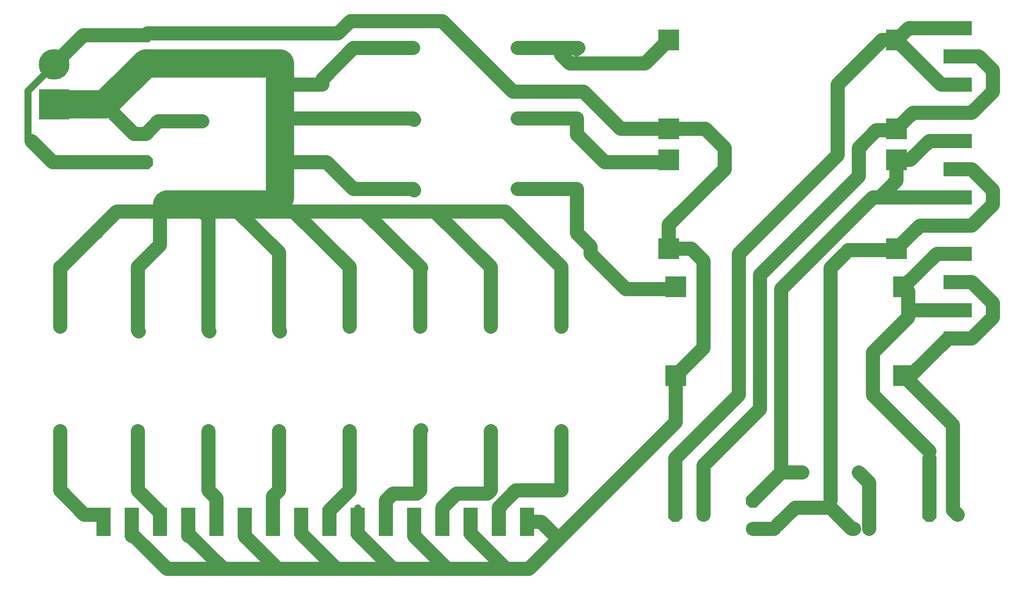
<source format=gbr>
G04 EAGLE Gerber RS-274X export*
G75*
%MOMM*%
%FSLAX34Y34*%
%LPD*%
%INTop Copper*%
%IPPOS*%
%AMOC8*
5,1,8,0,0,1.08239X$1,22.5*%
G01*
%ADD10R,5.080000X2.540000*%
%ADD11C,2.540000*%
%ADD12P,2.749271X8X292.500000*%
%ADD13P,2.749271X8X112.500000*%
%ADD14P,2.749271X8X202.500000*%
%ADD15C,1.890000*%
%ADD16R,2.540000X5.080000*%
%ADD17R,5.516000X5.516000*%
%ADD18C,5.516000*%
%ADD19P,1.429621X8X202.500000*%
%ADD20P,1.429621X8X22.500000*%
%ADD21R,1.270000X0.635000*%
%ADD22R,2.000000X1.000000*%
%ADD23R,3.810000X3.810000*%
%ADD24R,0.635000X1.270000*%
%ADD25R,1.000000X2.000000*%
%ADD26C,2.540000*%
%ADD27C,1.270000*%
%ADD28C,5.080000*%
%ADD29C,1.016000*%
%ADD30C,0.508000*%


D10*
X1562100Y749300D03*
X1562100Y647700D03*
X1562100Y1155700D03*
X1562100Y1054100D03*
X1562100Y952500D03*
X1562100Y850900D03*
D11*
X101600Y965200D03*
D12*
X101600Y914400D03*
D11*
X101600Y1092200D03*
D13*
X101600Y1143000D03*
D11*
X1193800Y254000D03*
D13*
X1193800Y304800D03*
D11*
X1104900Y279400D03*
D14*
X1054100Y279400D03*
D11*
X1562100Y279400D03*
D14*
X1511300Y279400D03*
D15*
X203200Y987500D03*
X203200Y1146100D03*
D16*
X76200Y266700D03*
D10*
X1562100Y901700D03*
X1562100Y1003300D03*
X1562100Y1104900D03*
X1562100Y698500D03*
X1562100Y596900D03*
D16*
X177800Y266700D03*
X279400Y266700D03*
X381000Y266700D03*
X482600Y266700D03*
X584200Y266700D03*
X685800Y266700D03*
X787400Y266700D03*
D10*
X1562100Y800100D03*
D17*
X-63500Y1018100D03*
D18*
X-63500Y1090100D03*
D19*
X1397000Y254000D03*
X1371600Y254000D03*
D16*
X25400Y266700D03*
X127000Y266700D03*
X228600Y266700D03*
X330200Y266700D03*
X431800Y266700D03*
X533400Y266700D03*
X635000Y266700D03*
X736600Y266700D03*
D20*
X1282700Y355600D03*
X1384300Y355600D03*
D21*
X468000Y323100D03*
X468000Y430100D03*
X468000Y618100D03*
X468000Y725100D03*
D22*
X468000Y324100D03*
X468000Y429100D03*
X468000Y619100D03*
X468000Y724100D03*
D21*
X341000Y323100D03*
X341000Y430100D03*
X341000Y618100D03*
X341000Y725100D03*
D22*
X341000Y324100D03*
X341000Y429100D03*
X341000Y619100D03*
X341000Y724100D03*
D21*
X214000Y323100D03*
X214000Y430100D03*
X214000Y618100D03*
X214000Y725100D03*
D22*
X214000Y324100D03*
X214000Y429100D03*
X214000Y619100D03*
X214000Y724100D03*
D21*
X87000Y323100D03*
X87000Y430100D03*
X87000Y618100D03*
X87000Y725100D03*
D22*
X87000Y324100D03*
X87000Y429100D03*
X87000Y619100D03*
X87000Y724100D03*
D21*
X-52700Y323100D03*
X-52700Y430100D03*
X-52700Y618100D03*
X-52700Y725100D03*
D22*
X-52700Y324100D03*
X-52700Y429100D03*
X-52700Y619100D03*
X-52700Y724100D03*
D23*
X1055100Y689600D03*
X1055100Y529600D03*
X1465100Y529600D03*
X1465100Y689600D03*
D24*
X475500Y992500D03*
X582500Y992500D03*
X770500Y992500D03*
X877500Y992500D03*
D25*
X476500Y992500D03*
X581500Y992500D03*
X771500Y992500D03*
X876500Y992500D03*
D24*
X475500Y1119500D03*
X582500Y1119500D03*
X770500Y1119500D03*
X877500Y1119500D03*
D25*
X476500Y1119500D03*
X581500Y1119500D03*
X771500Y1119500D03*
X876500Y1119500D03*
D24*
X475500Y865500D03*
X582500Y865500D03*
X770500Y865500D03*
X877500Y865500D03*
D25*
X476500Y865500D03*
X581500Y865500D03*
X771500Y865500D03*
X876500Y865500D03*
D21*
X849000Y323100D03*
X849000Y430100D03*
X849000Y618100D03*
X849000Y725100D03*
D22*
X849000Y324100D03*
X849000Y429100D03*
X849000Y619100D03*
X849000Y724100D03*
D21*
X722000Y323100D03*
X722000Y430100D03*
X722000Y618100D03*
X722000Y725100D03*
D22*
X722000Y324100D03*
X722000Y429100D03*
X722000Y619100D03*
X722000Y724100D03*
D21*
X595000Y323100D03*
X595000Y430100D03*
X595000Y618100D03*
X595000Y725100D03*
D22*
X595000Y324100D03*
X595000Y429100D03*
X595000Y619100D03*
X595000Y724100D03*
D23*
X1042400Y1134100D03*
X1042400Y974100D03*
X1452400Y974100D03*
X1452400Y1134100D03*
X1042400Y918200D03*
X1042400Y758200D03*
X1452400Y758200D03*
X1452400Y918200D03*
D26*
X877500Y992500D02*
X770500Y992500D01*
X877500Y992500D02*
X877500Y964000D01*
X927100Y914400D01*
X1038600Y914400D01*
X1042400Y918200D01*
X848640Y1119500D02*
X770500Y1119500D01*
X848640Y1119500D02*
X874400Y1119500D01*
X876300Y1117600D01*
X877500Y1119500D02*
X880100Y1119500D01*
X864960Y1091640D02*
X848640Y1107960D01*
X848640Y1119500D01*
X999940Y1091640D02*
X1042400Y1134100D01*
X999940Y1091640D02*
X864960Y1091640D01*
X877500Y865500D02*
X770500Y865500D01*
X877500Y865500D02*
X877500Y786200D01*
X901700Y762000D01*
X1051300Y685800D02*
X1055100Y689600D01*
X1051300Y685800D02*
X965200Y685800D01*
X901700Y749300D01*
X901700Y762000D01*
D27*
X482600Y292100D02*
X482600Y266700D01*
X584200Y266700D02*
X584200Y279400D01*
X787400Y266700D02*
X800100Y266700D01*
D26*
X-63500Y1090100D02*
X-10600Y1143000D01*
X101600Y1143000D01*
X104700Y1146100D01*
X203200Y1146100D01*
D27*
X101600Y219710D02*
X97790Y219710D01*
X76200Y241300D01*
X-110490Y1043110D02*
X-63500Y1090100D01*
X-110490Y1043110D02*
X-110490Y952500D01*
X-85090Y927100D01*
D26*
X203200Y1146100D02*
X447600Y1146100D01*
X469900Y1168400D01*
X635000Y1168400D01*
X762000Y1041400D01*
X889000Y1041400D01*
X1055100Y445500D02*
X844550Y234950D01*
X1055100Y445500D02*
X1055100Y529600D01*
X1104900Y579400D01*
X1104900Y736600D01*
X1042400Y974100D02*
X956300Y974100D01*
X889000Y1041400D01*
X1083300Y758200D02*
X1104900Y736600D01*
X1083300Y758200D02*
X1042400Y758200D01*
X1042400Y801100D01*
X1143000Y901700D01*
X1143000Y939800D01*
X1108700Y974100D02*
X1042400Y974100D01*
X1108700Y974100D02*
X1143000Y939800D01*
X844550Y234950D02*
X791210Y181610D01*
X749300Y181610D01*
X643890Y181610D01*
X546100Y181610D01*
X444500Y181610D01*
X339090Y181610D01*
X241300Y181610D01*
X139700Y181610D01*
X101600Y219710D01*
X80010Y241300D01*
X76200Y241300D01*
X812800Y266700D02*
X844550Y234950D01*
X812800Y266700D02*
X800100Y266700D01*
X749300Y181610D02*
X685800Y245110D01*
X685800Y254000D01*
X643890Y181610D02*
X584200Y241300D01*
X546100Y181610D02*
X482600Y245110D01*
X482600Y254000D01*
X444500Y181610D02*
X381000Y245110D01*
X381000Y254000D01*
X339090Y181610D02*
X279400Y241300D01*
X241300Y181610D02*
X181610Y241300D01*
X177800Y241300D01*
X101600Y914400D02*
X-66040Y914400D01*
X-104140Y952500D01*
X-52700Y725100D02*
X-52700Y723900D01*
X-52700Y618100D01*
X87000Y611500D02*
X87000Y725100D01*
X87000Y611500D02*
X88900Y609600D01*
X214000Y611500D02*
X214000Y725100D01*
X214000Y611500D02*
X215900Y609600D01*
X341000Y611500D02*
X341000Y725100D01*
X341000Y611500D02*
X342900Y609600D01*
X468000Y618100D02*
X468000Y725100D01*
X595000Y725100D02*
X596900Y723200D01*
X722000Y725100D02*
X722000Y618100D01*
X595000Y618100D02*
X595000Y725100D01*
X849000Y725100D02*
X849000Y618100D01*
X582500Y1119500D02*
X475500Y1119500D01*
X475500Y992500D02*
X582300Y992500D01*
X584200Y990600D01*
X582300Y865500D02*
X475500Y865500D01*
X582300Y865500D02*
X584200Y863600D01*
X10800Y787400D02*
X-52700Y723900D01*
X10800Y787400D02*
X12700Y787400D01*
D28*
X27500Y1018100D02*
X-63500Y1018100D01*
X27500Y1018100D02*
X101600Y1092200D01*
X342900Y1092200D01*
X342900Y914400D01*
X342900Y850900D01*
X330200Y838200D01*
X139700Y838200D01*
D26*
X48900Y825500D02*
X10800Y787400D01*
X48900Y825500D02*
X127000Y825500D01*
X139700Y825500D01*
X127000Y765100D02*
X87000Y725100D01*
X127000Y765100D02*
X127000Y825500D01*
X214000Y814700D02*
X214000Y725100D01*
X214000Y814700D02*
X203200Y825500D01*
X341000Y751200D02*
X341000Y725100D01*
X341000Y751200D02*
X266700Y825500D01*
X367600Y825500D02*
X468000Y725100D01*
X367600Y825500D02*
X330200Y825500D01*
X494600Y825500D02*
X595000Y725100D01*
X494600Y825500D02*
X355600Y825500D01*
X621600Y825500D02*
X722000Y725100D01*
X621600Y825500D02*
X482600Y825500D01*
X748600Y825500D02*
X849000Y725100D01*
X748600Y825500D02*
X621600Y825500D01*
X419100Y1063100D02*
X475500Y1119500D01*
X419100Y1063100D02*
X419100Y1054100D01*
X355600Y1054100D01*
X357500Y992500D02*
X475500Y992500D01*
X357500Y992500D02*
X355600Y990600D01*
X426600Y914400D02*
X475500Y865500D01*
X426600Y914400D02*
X342900Y914400D01*
X80400Y965200D02*
X27500Y1018100D01*
X80400Y965200D02*
X101600Y965200D01*
X123900Y987500D01*
X203200Y987500D01*
X-52700Y323100D02*
X-9000Y279400D01*
X12700Y279400D01*
X-52700Y323100D02*
X-52700Y430100D01*
X87000Y323100D02*
X127000Y283100D01*
X127000Y279400D01*
X87000Y323100D02*
X87000Y430100D01*
X214000Y323100D02*
X228600Y308500D01*
X228600Y279400D01*
X214000Y323100D02*
X214000Y430100D01*
X330200Y312300D02*
X341000Y323100D01*
X330200Y312300D02*
X330200Y279400D01*
X341000Y323100D02*
X341000Y430100D01*
X468000Y323100D02*
X431800Y286900D01*
X431800Y279400D01*
X468000Y323100D02*
X468000Y430100D01*
X589400Y317500D02*
X595000Y323100D01*
X589400Y317500D02*
X546100Y317500D01*
X533400Y304800D01*
X533400Y279400D01*
X595000Y323100D02*
X595000Y429900D01*
X596900Y431800D01*
X716400Y317500D02*
X722000Y323100D01*
X716400Y317500D02*
X660400Y317500D01*
X635000Y292100D01*
X635000Y279400D01*
X722000Y323100D02*
X722000Y430100D01*
X767600Y323100D02*
X849000Y323100D01*
X736600Y292100D02*
X736600Y279400D01*
X736600Y292100D02*
X767600Y323100D01*
X849000Y323100D02*
X849000Y430100D01*
X1244600Y685800D02*
X1409700Y850900D01*
X1422400Y850900D01*
X1452400Y880900D01*
X1452400Y918200D01*
X1422400Y850900D02*
X1549400Y850900D01*
X1477000Y918200D02*
X1452400Y918200D01*
X1477000Y918200D02*
X1511300Y952500D01*
X1562100Y952500D01*
X1244600Y355600D02*
X1193800Y304800D01*
X1244600Y355600D02*
X1244600Y685800D01*
X1244600Y355600D02*
X1282700Y355600D01*
D29*
X1333500Y304800D02*
X1333500Y292100D01*
X1238250Y260350D02*
X1231900Y254000D01*
X1358900Y749300D02*
X1365250Y755650D01*
D26*
X1231900Y254000D02*
X1193800Y254000D01*
X1238250Y260350D02*
X1270000Y292100D01*
X1333500Y292100D01*
X1371600Y254000D01*
X1376172Y254000D01*
X1333500Y304800D02*
X1333500Y723900D01*
X1358900Y749300D01*
X1365250Y755650D02*
X1449850Y755650D01*
X1452400Y758200D01*
X1562100Y901700D02*
X1587500Y901700D01*
X1625600Y863600D01*
X1625600Y838200D01*
X1587500Y800100D01*
X1494300Y800100D02*
X1452400Y758200D01*
X1494300Y800100D02*
X1549400Y800100D01*
D30*
X1562100Y1155700D02*
X1556700Y1161100D01*
D29*
X1447800Y1130300D02*
X1422400Y1130300D01*
D26*
X1054100Y381000D02*
X1054100Y279400D01*
X1054100Y381000D02*
X1168400Y495300D01*
X1168400Y749300D01*
X1346200Y927100D01*
X1346200Y1054100D01*
X1422400Y1130300D01*
X1426200Y1134100D01*
X1452400Y1134100D01*
X1532400Y1054100D02*
X1562100Y1054100D01*
X1532400Y1054100D02*
X1452400Y1134100D01*
X1474000Y1155700D01*
X1562100Y1155700D01*
D29*
X1562100Y1003300D02*
X1559900Y1001100D01*
D26*
X1452400Y974100D02*
X1449850Y971550D01*
X1416050Y971550D01*
X1384300Y939800D01*
X1384300Y889000D01*
X1206500Y711200D01*
X1206500Y469900D01*
X1104900Y368300D01*
X1104900Y279400D01*
X1562100Y1104900D02*
X1600200Y1104900D01*
X1625600Y1079500D01*
X1625600Y1041400D01*
X1587500Y1003300D01*
X1481600Y1003300D02*
X1452400Y974100D01*
X1481600Y1003300D02*
X1549400Y1003300D01*
D29*
X1511300Y393700D02*
X1511300Y381000D01*
D26*
X1511300Y279400D01*
X1511300Y393700D02*
X1409700Y495300D01*
X1409700Y571500D01*
X1473200Y635000D01*
X1473200Y647700D01*
X1473200Y681500D01*
X1465100Y689600D01*
X1473200Y647700D02*
X1562100Y647700D01*
X1465100Y689600D02*
X1524800Y749300D01*
X1549400Y749300D01*
D29*
X1562100Y698500D02*
X1574800Y698500D01*
X1549800Y444900D02*
X1554000Y440700D01*
D26*
X1554000Y287500D02*
X1562100Y279400D01*
X1554000Y287500D02*
X1554000Y440700D01*
X1549800Y444900D02*
X1465100Y529600D01*
X1477800Y529600D02*
X1545100Y596900D01*
X1477800Y529600D02*
X1465100Y529600D01*
X1545100Y596900D02*
X1562100Y596900D01*
X1587500Y596900D01*
X1625600Y635000D01*
X1625600Y660400D01*
X1587500Y698500D01*
X1574800Y698500D01*
X1384300Y355600D02*
X1403096Y336804D01*
X1403096Y254000D01*
M02*

</source>
